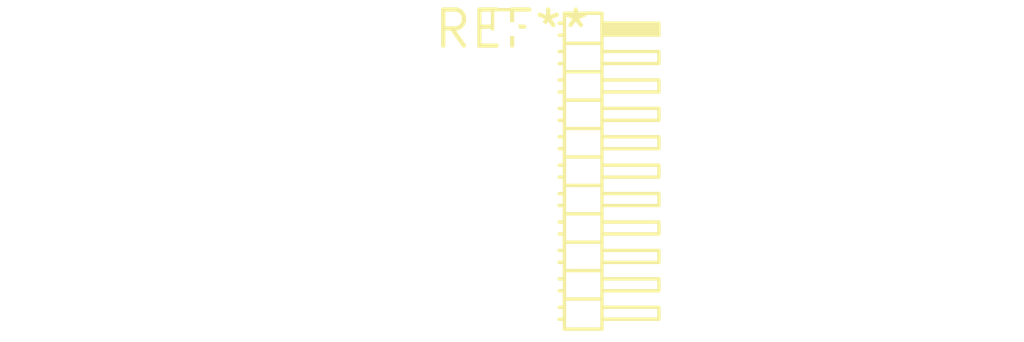
<source format=kicad_pcb>
(kicad_pcb (version 20240108) (generator pcbnew)
  (layers (0 "F.Cu" signal) (31 "B.Cu" signal) (34 "B.Paste" user) (35 "F.Paste" user) (36 "B.SilkS" user "B.Silkscreen") (37 "F.SilkS" user "F.Silkscreen") (38 "B.Mask" user) (39 "F.Mask" user) (44 "Edge.Cuts" user))
  (net 0 "")
  (footprint "PinHeader_2x11_P1.00mm_Horizontal" (layer "F.Cu") (at 0 0)
    (property "Reference" "REF**")
    (property "Value" "PinHeader_2x11_P1.00mm_Horizontal")
    (fp_line (start -0.685 -0.685) (end 0 -0.685) (layer "F.SilkS") (stroke (width 0.12)))
    (fp_line (start -0.685 0) (end -0.685 -0.685) (layer "F.SilkS") (stroke (width 0.12)))
    (fp_line (start 1.652016 -0.21) (end 1.84 -0.21) (layer "F.SilkS") (stroke (width 0.12)))
    (fp_line (start 1.652016 0.21) (end 1.84 0.21) (layer "F.SilkS") (stroke (width 0.12)))
    (fp_line (start 1.652016 0.79) (end 1.84 0.79) (layer "F.SilkS") (stroke (width 0.12)))
    (fp_line (start 1.652016 1.21) (end 1.84 1.21) (layer "F.SilkS") (stroke (width 0.12)))
    (fp_line (start 1.652016 1.79) (end 1.84 1.79) (layer "F.SilkS") (stroke (width 0.12)))
    (fp_line (start 1.652016 2.21) (end 1.84 2.21) (layer "F.SilkS") (stroke (width 0.12)))
    (fp_line (start 1.652016 2.79) (end 1.84 2.79) (layer "F.SilkS") (stroke (width 0.12)))
    (fp_line (start 1.652016 3.21) (end 1.84 3.21) (layer "F.SilkS") (stroke (width 0.12)))
    (fp_line (start 1.652016 3.79) (end 1.84 3.79) (layer "F.SilkS") (stroke (width 0.12)))
    (fp_line (start 1.652016 4.21) (end 1.84 4.21) (layer "F.SilkS") (stroke (width 0.12)))
    (fp_line (start 1.652016 4.79) (end 1.84 4.79) (layer "F.SilkS") (stroke (width 0.12)))
    (fp_line (start 1.652016 5.21) (end 1.84 5.21) (layer "F.SilkS") (stroke (width 0.12)))
    (fp_line (start 1.652016 5.79) (end 1.84 5.79) (layer "F.SilkS") (stroke (width 0.12)))
    (fp_line (start 1.652016 6.21) (end 1.84 6.21) (layer "F.SilkS") (stroke (width 0.12)))
    (fp_line (start 1.652016 6.79) (end 1.84 6.79) (layer "F.SilkS") (stroke (width 0.12)))
    (fp_line (start 1.652016 7.21) (end 1.84 7.21) (layer "F.SilkS") (stroke (width 0.12)))
    (fp_line (start 1.652016 7.79) (end 1.84 7.79) (layer "F.SilkS") (stroke (width 0.12)))
    (fp_line (start 1.652016 8.21) (end 1.84 8.21) (layer "F.SilkS") (stroke (width 0.12)))
    (fp_line (start 1.652016 8.79) (end 1.84 8.79) (layer "F.SilkS") (stroke (width 0.12)))
    (fp_line (start 1.652016 9.21) (end 1.84 9.21) (layer "F.SilkS") (stroke (width 0.12)))
    (fp_line (start 1.652016 9.79) (end 1.84 9.79) (layer "F.SilkS") (stroke (width 0.12)))
    (fp_line (start 1.652016 10.21) (end 1.84 10.21) (layer "F.SilkS") (stroke (width 0.12)))
    (fp_line (start 1.84 -0.56) (end 1.84 10.56) (layer "F.SilkS") (stroke (width 0.12)))
    (fp_line (start 1.84 0.5) (end 3.16 0.5) (layer "F.SilkS") (stroke (width 0.12)))
    (fp_line (start 1.84 1.5) (end 3.16 1.5) (layer "F.SilkS") (stroke (width 0.12)))
    (fp_line (start 1.84 2.5) (end 3.16 2.5) (layer "F.SilkS") (stroke (width 0.12)))
    (fp_line (start 1.84 3.5) (end 3.16 3.5) (layer "F.SilkS") (stroke (width 0.12)))
    (fp_line (start 1.84 4.5) (end 3.16 4.5) (layer "F.SilkS") (stroke (width 0.12)))
    (fp_line (start 1.84 5.5) (end 3.16 5.5) (layer "F.SilkS") (stroke (width 0.12)))
    (fp_line (start 1.84 6.5) (end 3.16 6.5) (layer "F.SilkS") (stroke (width 0.12)))
    (fp_line (start 1.84 7.5) (end 3.16 7.5) (layer "F.SilkS") (stroke (width 0.12)))
    (fp_line (start 1.84 8.5) (end 3.16 8.5) (layer "F.SilkS") (stroke (width 0.12)))
    (fp_line (start 1.84 9.5) (end 3.16 9.5) (layer "F.SilkS") (stroke (width 0.12)))
    (fp_line (start 1.84 10.56) (end 3.16 10.56) (layer "F.SilkS") (stroke (width 0.12)))
    (fp_line (start 3.16 -0.56) (end 1.84 -0.56) (layer "F.SilkS") (stroke (width 0.12)))
    (fp_line (start 3.16 -0.21) (end 5.16 -0.21) (layer "F.SilkS") (stroke (width 0.12)))
    (fp_line (start 3.16 -0.15) (end 5.16 -0.15) (layer "F.SilkS") (stroke (width 0.12)))
    (fp_line (start 3.16 -0.03) (end 5.16 -0.03) (layer "F.SilkS") (stroke (width 0.12)))
    (fp_line (start 3.16 0.09) (end 5.16 0.09) (layer "F.SilkS") (stroke (width 0.12)))
    (fp_line (start 3.16 0.79) (end 5.16 0.79) (layer "F.SilkS") (stroke (width 0.12)))
    (fp_line (start 3.16 1.79) (end 5.16 1.79) (layer "F.SilkS") (stroke (width 0.12)))
    (fp_line (start 3.16 2.79) (end 5.16 2.79) (layer "F.SilkS") (stroke (width 0.12)))
    (fp_line (start 3.16 3.79) (end 5.16 3.79) (layer "F.SilkS") (stroke (width 0.12)))
    (fp_line (start 3.16 4.79) (end 5.16 4.79) (layer "F.SilkS") (stroke (width 0.12)))
    (fp_line (start 3.16 5.79) (end 5.16 5.79) (layer "F.SilkS") (stroke (width 0.12)))
    (fp_line (start 3.16 6.79) (end 5.16 6.79) (layer "F.SilkS") (stroke (width 0.12)))
    (fp_line (start 3.16 7.79) (end 5.16 7.79) (layer "F.SilkS") (stroke (width 0.12)))
    (fp_line (start 3.16 8.79) (end 5.16 8.79) (layer "F.SilkS") (stroke (width 0.12)))
    (fp_line (start 3.16 9.79) (end 5.16 9.79) (layer "F.SilkS") (stroke (width 0.12)))
    (fp_line (start 3.16 10.56) (end 3.16 -0.56) (layer "F.SilkS") (stroke (width 0.12)))
    (fp_line (start 5.16 -0.21) (end 5.16 0.21) (layer "F.SilkS") (stroke (width 0.12)))
    (fp_line (start 5.16 0.21) (end 3.16 0.21) (layer "F.SilkS") (stroke (width 0.12)))
    (fp_line (start 5.16 0.79) (end 5.16 1.21) (layer "F.SilkS") (stroke (width 0.12)))
    (fp_line (start 5.16 1.21) (end 3.16 1.21) (layer "F.SilkS") (stroke (width 0.12)))
    (fp_line (start 5.16 1.79) (end 5.16 2.21) (layer "F.SilkS") (stroke (width 0.12)))
    (fp_line (start 5.16 2.21) (end 3.16 2.21) (layer "F.SilkS") (stroke (width 0.12)))
    (fp_line (start 5.16 2.79) (end 5.16 3.21) (layer "F.SilkS") (stroke (width 0.12)))
    (fp_line (start 5.16 3.21) (end 3.16 3.21) (layer "F.SilkS") (stroke (width 0.12)))
    (fp_line (start 5.16 3.79) (end 5.16 4.21) (layer "F.SilkS") (stroke (width 0.12)))
    (fp_line (start 5.16 4.21) (end 3.16 4.21) (layer "F.SilkS") (stroke (width 0.12)))
    (fp_line (start 5.16 4.79) (end 5.16 5.21) (layer "F.SilkS") (stroke (width 0.12)))
    (fp_line (start 5.16 5.21) (end 3.16 5.21) (layer "F.SilkS") (stroke (width 0.12)))
    (fp_line (start 5.16 5.79) (end 5.16 6.21) (layer "F.SilkS") (stroke (width 0.12)))
    (fp_line (start 5.16 6.21) (end 3.16 6.21) (layer "F.SilkS") (stroke (width 0.12)))
    (fp_line (start 5.16 6.79) (end 5.16 7.21) (layer "F.SilkS") (stroke (width 0.12)))
    (fp_line (start 5.16 7.21) (end 3.16 7.21) (layer "F.SilkS") (stroke (width 0.12)))
    (fp_line (start 5.16 7.79) (end 5.16 8.21) (layer "F.SilkS") (stroke (width 0.12)))
    (fp_line (start 5.16 8.21) (end 3.16 8.21) (layer "F.SilkS") (stroke (width 0.12)))
    (fp_line (start 5.16 8.79) (end 5.16 9.21) (layer "F.SilkS") (stroke (width 0.12)))
    (fp_line (start 5.16 9.21) (end 3.16 9.21) (layer "F.SilkS") (stroke (width 0.12)))
    (fp_line (start 5.16 9.79) (end 5.16 10.21) (layer "F.SilkS") (stroke (width 0.12)))
    (fp_line (start 5.16 10.21) (end 3.16 10.21) (layer "F.SilkS") (stroke (width 0.12)))
    (pad "1" thru_hole rect (at 0 0) (size 0.85 0.85) (drill 0.5) (layers *.Cu *.Mask) (remove_unused_layers))
    (pad "2" thru_hole oval (at 1 0) (size 0.85 0.85) (drill 0.5) (layers *.Cu *.Mask) (remove_unused_layers))
    (pad "3" thru_hole oval (at 0 1) (size 0.85 0.85) (drill 0.5) (layers *.Cu *.Mask) (remove_unused_layers))
    (pad "4" thru_hole oval (at 1 1) (size 0.85 0.85) (drill 0.5) (layers *.Cu *.Mask) (remove_unused_layers))
    (pad "5" thru_hole oval (at 0 2) (size 0.85 0.85) (drill 0.5) (layers *.Cu *.Mask) (remove_unused_layers))
    (pad "6" thru_hole oval (at 1 2) (size 0.85 0.85) (drill 0.5) (layers *.Cu *.Mask) (remove_unused_layers))
    (pad "7" thru_hole oval (at 0 3) (size 0.85 0.85) (drill 0.5) (layers *.Cu *.Mask) (remove_unused_layers))
    (pad "8" thru_hole oval (at 1 3) (size 0.85 0.85) (drill 0.5) (layers *.Cu *.Mask) (remove_unused_layers))
    (pad "9" thru_hole oval (at 0 4) (size 0.85 0.85) (drill 0.5) (layers *.Cu *.Mask) (remove_unused_layers))
    (pad "10" thru_hole oval (at 1 4) (size 0.85 0.85) (drill 0.5) (layers *.Cu *.Mask) (remove_unused_layers))
    (pad "11" thru_hole oval (at 0 5) (size 0.85 0.85) (drill 0.5) (layers *.Cu *.Mask) (remove_unused_layers))
    (pad "12" thru_hole oval (at 1 5) (size 0.85 0.85) (drill 0.5) (layers *.Cu *.Mask) (remove_unused_layers))
    (pad "13" thru_hole oval (at 0 6) (size 0.85 0.85) (drill 0.5) (layers *.Cu *.Mask) (remove_unused_layers))
    (pad "14" thru_hole oval (at 1 6) (size 0.85 0.85) (drill 0.5) (layers *.Cu *.Mask) (remove_unused_layers))
    (pad "15" thru_hole oval (at 0 7) (size 0.85 0.85) (drill 0.5) (layers *.Cu *.Mask) (remove_unused_layers))
    (pad "16" thru_hole oval (at 1 7) (size 0.85 0.85) (drill 0.5) (layers *.Cu *.Mask) (remove_unused_layers))
    (pad "17" thru_hole oval (at 0 8) (size 0.85 0.85) (drill 0.5) (layers *.Cu *.Mask) (remove_unused_layers))
    (pad "18" thru_hole oval (at 1 8) (size 0.85 0.85) (drill 0.5) (layers *.Cu *.Mask) (remove_unused_layers))
    (pad "19" thru_hole oval (at 0 9) (size 0.85 0.85) (drill 0.5) (layers *.Cu *.Mask) (remove_unused_layers))
    (pad "20" thru_hole oval (at 1 9) (size 0.85 0.85) (drill 0.5) (layers *.Cu *.Mask) (remove_unused_layers))
    (pad "21" thru_hole oval (at 0 10) (size 0.85 0.85) (drill 0.5) (layers *.Cu *.Mask) (remove_unused_layers))
    (pad "22" thru_hole oval (at 1 10) (size 0.85 0.85) (drill 0.5) (layers *.Cu *.Mask) (remove_unused_layers))
  )
)
</source>
